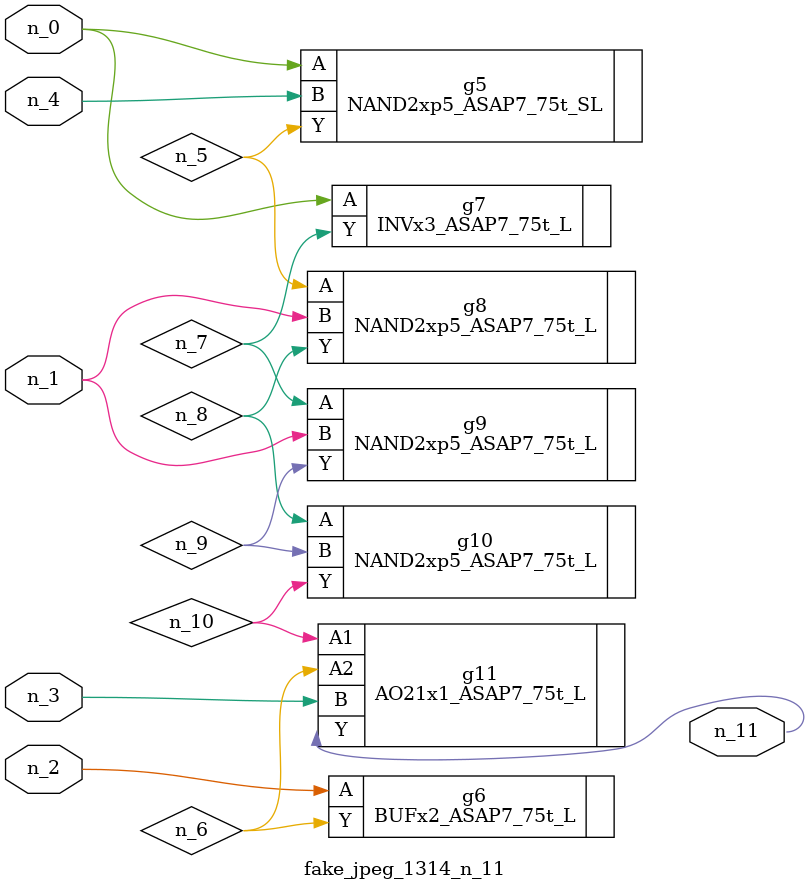
<source format=v>
module fake_jpeg_1314_n_11 (n_3, n_2, n_1, n_0, n_4, n_11);

input n_3;
input n_2;
input n_1;
input n_0;
input n_4;

output n_11;

wire n_10;
wire n_8;
wire n_9;
wire n_6;
wire n_5;
wire n_7;

NAND2xp5_ASAP7_75t_SL g5 ( 
.A(n_0),
.B(n_4),
.Y(n_5)
);

BUFx2_ASAP7_75t_L g6 ( 
.A(n_2),
.Y(n_6)
);

INVx3_ASAP7_75t_L g7 ( 
.A(n_0),
.Y(n_7)
);

NAND2xp5_ASAP7_75t_L g8 ( 
.A(n_5),
.B(n_1),
.Y(n_8)
);

NAND2xp5_ASAP7_75t_L g10 ( 
.A(n_8),
.B(n_9),
.Y(n_10)
);

NAND2xp5_ASAP7_75t_L g9 ( 
.A(n_7),
.B(n_1),
.Y(n_9)
);

AO21x1_ASAP7_75t_L g11 ( 
.A1(n_10),
.A2(n_6),
.B(n_3),
.Y(n_11)
);


endmodule
</source>
